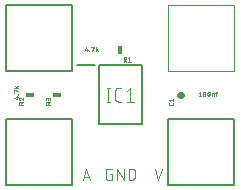
<source format=gbr>
G04 EAGLE Gerber RS-274X export*
G75*
%MOMM*%
%FSLAX34Y34*%
%LPD*%
%INSilkscreen Top*%
%IPPOS*%
%AMOC8*
5,1,8,0,0,1.08239X$1,22.5*%
G01*
%ADD10C,0.127000*%
%ADD11C,0.101600*%
%ADD12C,0.076200*%
%ADD13C,0.558800*%
%ADD14C,0.025400*%
%ADD15C,0.200000*%
%ADD16R,0.457200X0.762000*%
%ADD17R,0.762000X0.457200*%


D10*
X-96520Y-76200D02*
X-40640Y-76200D01*
X-40640Y-20320D01*
X-96520Y-20320D01*
X-96520Y-76200D01*
X-96520Y20320D02*
X-40640Y20320D01*
X-40640Y76200D01*
X-96520Y76200D01*
X-96520Y20320D01*
D11*
X40640Y20320D02*
X96520Y20320D01*
X96520Y76200D01*
X40640Y76200D01*
X40640Y20320D01*
D10*
X40640Y-76200D02*
X96520Y-76200D01*
X96520Y-20320D01*
X40640Y-20320D01*
X40640Y-76200D01*
D12*
X-28914Y-62611D02*
X-32046Y-72009D01*
X-25781Y-72009D02*
X-28914Y-62611D01*
X-26564Y-69660D02*
X-31263Y-69660D01*
D13*
X50495Y0D02*
X51105Y0D01*
D14*
X44577Y-7070D02*
X44577Y-7916D01*
X44575Y-7971D01*
X44570Y-8027D01*
X44561Y-8081D01*
X44548Y-8135D01*
X44532Y-8188D01*
X44513Y-8240D01*
X44490Y-8291D01*
X44464Y-8339D01*
X44434Y-8387D01*
X44402Y-8432D01*
X44367Y-8474D01*
X44329Y-8515D01*
X44288Y-8553D01*
X44246Y-8588D01*
X44201Y-8620D01*
X44154Y-8650D01*
X44105Y-8676D01*
X44054Y-8699D01*
X44002Y-8718D01*
X43949Y-8734D01*
X43895Y-8747D01*
X43841Y-8756D01*
X43785Y-8761D01*
X43730Y-8763D01*
X41614Y-8763D01*
X41556Y-8761D01*
X41499Y-8755D01*
X41442Y-8745D01*
X41385Y-8732D01*
X41330Y-8714D01*
X41277Y-8693D01*
X41224Y-8668D01*
X41174Y-8640D01*
X41126Y-8608D01*
X41079Y-8573D01*
X41036Y-8535D01*
X40995Y-8494D01*
X40957Y-8451D01*
X40922Y-8404D01*
X40890Y-8356D01*
X40862Y-8306D01*
X40837Y-8253D01*
X40816Y-8200D01*
X40798Y-8145D01*
X40785Y-8088D01*
X40775Y-8031D01*
X40769Y-7974D01*
X40767Y-7916D01*
X40767Y-7070D01*
X41614Y-5706D02*
X40767Y-4647D01*
X44577Y-4647D01*
X44577Y-3589D02*
X44577Y-5706D01*
X66167Y1820D02*
X67225Y2667D01*
X67225Y-1143D01*
X66167Y-1143D02*
X68284Y-1143D01*
X69824Y762D02*
X69826Y872D01*
X69832Y981D01*
X69841Y1090D01*
X69855Y1199D01*
X69872Y1307D01*
X69893Y1415D01*
X69917Y1521D01*
X69946Y1627D01*
X69978Y1732D01*
X70013Y1836D01*
X70052Y1938D01*
X70095Y2039D01*
X70142Y2138D01*
X70162Y2188D01*
X70184Y2237D01*
X70210Y2285D01*
X70239Y2330D01*
X70272Y2373D01*
X70307Y2414D01*
X70345Y2453D01*
X70385Y2488D01*
X70428Y2521D01*
X70473Y2551D01*
X70520Y2578D01*
X70568Y2601D01*
X70618Y2621D01*
X70670Y2637D01*
X70722Y2650D01*
X70775Y2660D01*
X70829Y2665D01*
X70883Y2667D01*
X70937Y2665D01*
X70991Y2660D01*
X71044Y2650D01*
X71096Y2637D01*
X71148Y2621D01*
X71198Y2601D01*
X71246Y2578D01*
X71293Y2551D01*
X71338Y2521D01*
X71381Y2488D01*
X71421Y2453D01*
X71459Y2414D01*
X71494Y2373D01*
X71527Y2330D01*
X71556Y2285D01*
X71582Y2237D01*
X71604Y2188D01*
X71624Y2138D01*
X71671Y2039D01*
X71714Y1938D01*
X71753Y1836D01*
X71788Y1732D01*
X71820Y1627D01*
X71849Y1521D01*
X71873Y1415D01*
X71894Y1307D01*
X71911Y1199D01*
X71925Y1090D01*
X71934Y981D01*
X71940Y872D01*
X71942Y762D01*
X69824Y762D02*
X69826Y652D01*
X69832Y543D01*
X69841Y434D01*
X69855Y325D01*
X69872Y217D01*
X69893Y109D01*
X69917Y3D01*
X69946Y-103D01*
X69978Y-208D01*
X70013Y-311D01*
X70052Y-414D01*
X70095Y-515D01*
X70142Y-614D01*
X70162Y-664D01*
X70184Y-713D01*
X70210Y-761D01*
X70239Y-806D01*
X70272Y-849D01*
X70307Y-890D01*
X70345Y-929D01*
X70385Y-964D01*
X70428Y-997D01*
X70473Y-1027D01*
X70520Y-1054D01*
X70568Y-1077D01*
X70619Y-1097D01*
X70670Y-1113D01*
X70722Y-1126D01*
X70775Y-1136D01*
X70829Y-1141D01*
X70883Y-1143D01*
X71623Y-614D02*
X71670Y-515D01*
X71713Y-414D01*
X71752Y-311D01*
X71787Y-208D01*
X71819Y-103D01*
X71848Y3D01*
X71872Y109D01*
X71893Y217D01*
X71910Y325D01*
X71924Y434D01*
X71933Y543D01*
X71939Y652D01*
X71941Y762D01*
X71624Y-614D02*
X71604Y-664D01*
X71582Y-713D01*
X71556Y-761D01*
X71527Y-806D01*
X71494Y-849D01*
X71459Y-890D01*
X71421Y-929D01*
X71381Y-964D01*
X71338Y-997D01*
X71293Y-1027D01*
X71246Y-1054D01*
X71198Y-1077D01*
X71147Y-1097D01*
X71096Y-1113D01*
X71044Y-1126D01*
X70991Y-1136D01*
X70937Y-1141D01*
X70883Y-1143D01*
X70036Y-296D02*
X71730Y1820D01*
X73482Y762D02*
X73484Y872D01*
X73490Y981D01*
X73499Y1090D01*
X73513Y1199D01*
X73530Y1307D01*
X73551Y1415D01*
X73575Y1521D01*
X73604Y1627D01*
X73636Y1732D01*
X73671Y1836D01*
X73710Y1938D01*
X73753Y2039D01*
X73800Y2138D01*
X73820Y2188D01*
X73842Y2237D01*
X73868Y2285D01*
X73897Y2330D01*
X73930Y2373D01*
X73965Y2414D01*
X74003Y2453D01*
X74043Y2488D01*
X74086Y2521D01*
X74131Y2551D01*
X74178Y2578D01*
X74226Y2601D01*
X74276Y2621D01*
X74328Y2637D01*
X74380Y2650D01*
X74433Y2660D01*
X74487Y2665D01*
X74541Y2667D01*
X74595Y2665D01*
X74649Y2660D01*
X74702Y2650D01*
X74754Y2637D01*
X74806Y2621D01*
X74856Y2601D01*
X74904Y2578D01*
X74951Y2551D01*
X74996Y2521D01*
X75039Y2488D01*
X75079Y2453D01*
X75117Y2414D01*
X75152Y2373D01*
X75185Y2330D01*
X75214Y2285D01*
X75240Y2237D01*
X75262Y2188D01*
X75282Y2138D01*
X75281Y2138D02*
X75328Y2039D01*
X75371Y1938D01*
X75410Y1836D01*
X75445Y1732D01*
X75477Y1627D01*
X75506Y1521D01*
X75530Y1415D01*
X75551Y1307D01*
X75568Y1199D01*
X75582Y1090D01*
X75591Y981D01*
X75597Y872D01*
X75599Y762D01*
X73482Y762D02*
X73484Y652D01*
X73490Y543D01*
X73499Y434D01*
X73513Y325D01*
X73530Y217D01*
X73551Y109D01*
X73575Y3D01*
X73604Y-103D01*
X73636Y-208D01*
X73671Y-311D01*
X73710Y-414D01*
X73753Y-515D01*
X73800Y-614D01*
X73820Y-664D01*
X73842Y-713D01*
X73868Y-761D01*
X73897Y-806D01*
X73930Y-849D01*
X73965Y-890D01*
X74003Y-929D01*
X74043Y-964D01*
X74086Y-997D01*
X74131Y-1027D01*
X74178Y-1054D01*
X74226Y-1077D01*
X74277Y-1097D01*
X74328Y-1113D01*
X74380Y-1126D01*
X74433Y-1136D01*
X74487Y-1141D01*
X74541Y-1143D01*
X75281Y-614D02*
X75328Y-515D01*
X75371Y-414D01*
X75410Y-311D01*
X75445Y-208D01*
X75477Y-103D01*
X75506Y3D01*
X75530Y109D01*
X75551Y217D01*
X75568Y325D01*
X75582Y434D01*
X75591Y543D01*
X75597Y652D01*
X75599Y762D01*
X75282Y-614D02*
X75262Y-664D01*
X75240Y-713D01*
X75214Y-761D01*
X75185Y-806D01*
X75152Y-849D01*
X75117Y-890D01*
X75079Y-929D01*
X75039Y-964D01*
X74996Y-997D01*
X74951Y-1027D01*
X74904Y-1054D01*
X74856Y-1077D01*
X74805Y-1097D01*
X74754Y-1113D01*
X74702Y-1126D01*
X74649Y-1136D01*
X74595Y-1141D01*
X74541Y-1143D01*
X73694Y-296D02*
X75387Y1820D01*
X77230Y1397D02*
X77230Y-1143D01*
X77230Y1397D02*
X78288Y1397D01*
X78335Y1395D01*
X78383Y1390D01*
X78429Y1381D01*
X78475Y1369D01*
X78520Y1353D01*
X78564Y1334D01*
X78606Y1312D01*
X78646Y1287D01*
X78684Y1258D01*
X78720Y1227D01*
X78753Y1194D01*
X78784Y1158D01*
X78813Y1120D01*
X78838Y1080D01*
X78860Y1038D01*
X78879Y994D01*
X78895Y949D01*
X78907Y903D01*
X78916Y857D01*
X78921Y809D01*
X78923Y762D01*
X78923Y-1143D01*
X80727Y-1143D02*
X80727Y2032D01*
X80729Y2079D01*
X80734Y2127D01*
X80743Y2173D01*
X80755Y2219D01*
X80771Y2264D01*
X80790Y2308D01*
X80812Y2350D01*
X80837Y2390D01*
X80866Y2428D01*
X80897Y2464D01*
X80930Y2497D01*
X80966Y2528D01*
X81004Y2557D01*
X81045Y2582D01*
X81086Y2604D01*
X81130Y2623D01*
X81175Y2639D01*
X81221Y2651D01*
X81267Y2660D01*
X81315Y2665D01*
X81362Y2667D01*
X81573Y2667D01*
X81573Y1397D02*
X80303Y1397D01*
D12*
X-7188Y-66788D02*
X-8755Y-66788D01*
X-7188Y-66788D02*
X-7188Y-72009D01*
X-10321Y-72009D01*
X-10410Y-72007D01*
X-10498Y-72001D01*
X-10586Y-71992D01*
X-10674Y-71979D01*
X-10761Y-71962D01*
X-10847Y-71942D01*
X-10932Y-71917D01*
X-11017Y-71890D01*
X-11100Y-71858D01*
X-11181Y-71824D01*
X-11261Y-71785D01*
X-11339Y-71744D01*
X-11416Y-71699D01*
X-11490Y-71651D01*
X-11563Y-71600D01*
X-11633Y-71546D01*
X-11700Y-71488D01*
X-11766Y-71428D01*
X-11828Y-71366D01*
X-11888Y-71300D01*
X-11946Y-71233D01*
X-12000Y-71163D01*
X-12051Y-71090D01*
X-12099Y-71016D01*
X-12144Y-70939D01*
X-12185Y-70861D01*
X-12224Y-70781D01*
X-12258Y-70700D01*
X-12290Y-70617D01*
X-12317Y-70532D01*
X-12342Y-70447D01*
X-12362Y-70361D01*
X-12379Y-70274D01*
X-12392Y-70186D01*
X-12401Y-70098D01*
X-12407Y-70010D01*
X-12409Y-69921D01*
X-12409Y-64699D01*
X-12410Y-64699D02*
X-12408Y-64608D01*
X-12402Y-64517D01*
X-12392Y-64426D01*
X-12378Y-64336D01*
X-12360Y-64247D01*
X-12339Y-64158D01*
X-12313Y-64071D01*
X-12284Y-63985D01*
X-12251Y-63900D01*
X-12214Y-63816D01*
X-12174Y-63734D01*
X-12130Y-63655D01*
X-12083Y-63577D01*
X-12032Y-63501D01*
X-11978Y-63427D01*
X-11921Y-63356D01*
X-11861Y-63288D01*
X-11798Y-63222D01*
X-11732Y-63159D01*
X-11664Y-63099D01*
X-11593Y-63042D01*
X-11519Y-62988D01*
X-11443Y-62937D01*
X-11366Y-62890D01*
X-11286Y-62846D01*
X-11204Y-62806D01*
X-11120Y-62769D01*
X-11036Y-62736D01*
X-10949Y-62707D01*
X-10862Y-62681D01*
X-10773Y-62660D01*
X-10684Y-62642D01*
X-10594Y-62628D01*
X-10503Y-62618D01*
X-10412Y-62612D01*
X-10321Y-62610D01*
X-10321Y-62611D02*
X-7188Y-62611D01*
X-2656Y-62611D02*
X-2656Y-72009D01*
X2565Y-72009D02*
X-2656Y-62611D01*
X2565Y-62611D02*
X2565Y-72009D01*
X7098Y-72009D02*
X7098Y-62611D01*
X9708Y-62611D01*
X9808Y-62613D01*
X9908Y-62619D01*
X10007Y-62628D01*
X10107Y-62642D01*
X10205Y-62659D01*
X10303Y-62680D01*
X10400Y-62704D01*
X10496Y-62733D01*
X10591Y-62765D01*
X10684Y-62800D01*
X10776Y-62839D01*
X10867Y-62882D01*
X10955Y-62928D01*
X11042Y-62978D01*
X11127Y-63030D01*
X11210Y-63086D01*
X11291Y-63145D01*
X11369Y-63208D01*
X11445Y-63273D01*
X11519Y-63341D01*
X11589Y-63411D01*
X11657Y-63485D01*
X11722Y-63561D01*
X11785Y-63639D01*
X11844Y-63720D01*
X11900Y-63803D01*
X11952Y-63888D01*
X12002Y-63975D01*
X12048Y-64063D01*
X12091Y-64154D01*
X12130Y-64246D01*
X12165Y-64339D01*
X12197Y-64434D01*
X12226Y-64530D01*
X12250Y-64627D01*
X12271Y-64725D01*
X12288Y-64823D01*
X12302Y-64923D01*
X12311Y-65022D01*
X12317Y-65122D01*
X12319Y-65222D01*
X12319Y-69398D01*
X12317Y-69498D01*
X12311Y-69598D01*
X12302Y-69697D01*
X12288Y-69797D01*
X12271Y-69895D01*
X12250Y-69993D01*
X12226Y-70090D01*
X12197Y-70186D01*
X12165Y-70281D01*
X12130Y-70374D01*
X12091Y-70466D01*
X12048Y-70557D01*
X12002Y-70645D01*
X11952Y-70732D01*
X11900Y-70817D01*
X11844Y-70900D01*
X11785Y-70981D01*
X11722Y-71059D01*
X11657Y-71135D01*
X11589Y-71209D01*
X11519Y-71279D01*
X11445Y-71347D01*
X11369Y-71412D01*
X11291Y-71475D01*
X11210Y-71534D01*
X11127Y-71590D01*
X11042Y-71642D01*
X10955Y-71692D01*
X10867Y-71738D01*
X10776Y-71781D01*
X10684Y-71820D01*
X10591Y-71855D01*
X10496Y-71887D01*
X10400Y-71916D01*
X10303Y-71940D01*
X10205Y-71961D01*
X10107Y-71978D01*
X10007Y-71992D01*
X9908Y-72001D01*
X9808Y-72007D01*
X9708Y-72009D01*
X7098Y-72009D01*
D15*
X18500Y25000D02*
X-18500Y25000D01*
X18500Y25000D02*
X18500Y-25000D01*
X-18500Y-25000D01*
X-18500Y25000D01*
X-22000Y25250D02*
X-36750Y25250D01*
D11*
X-10308Y5842D02*
X-10308Y-5842D01*
X-11606Y-5842D02*
X-9010Y-5842D01*
X-9010Y5842D02*
X-11606Y5842D01*
X-1846Y-5842D02*
X750Y-5842D01*
X-1846Y-5842D02*
X-1945Y-5840D01*
X-2045Y-5834D01*
X-2144Y-5825D01*
X-2242Y-5812D01*
X-2340Y-5795D01*
X-2438Y-5774D01*
X-2534Y-5749D01*
X-2629Y-5721D01*
X-2723Y-5689D01*
X-2816Y-5654D01*
X-2908Y-5615D01*
X-2998Y-5572D01*
X-3086Y-5527D01*
X-3173Y-5477D01*
X-3257Y-5425D01*
X-3340Y-5369D01*
X-3420Y-5311D01*
X-3498Y-5249D01*
X-3573Y-5184D01*
X-3646Y-5116D01*
X-3716Y-5046D01*
X-3784Y-4973D01*
X-3849Y-4898D01*
X-3911Y-4820D01*
X-3969Y-4740D01*
X-4025Y-4657D01*
X-4077Y-4573D01*
X-4127Y-4486D01*
X-4172Y-4398D01*
X-4215Y-4308D01*
X-4254Y-4216D01*
X-4289Y-4123D01*
X-4321Y-4029D01*
X-4349Y-3934D01*
X-4374Y-3838D01*
X-4395Y-3740D01*
X-4412Y-3642D01*
X-4425Y-3544D01*
X-4434Y-3445D01*
X-4440Y-3345D01*
X-4442Y-3246D01*
X-4443Y-3246D02*
X-4443Y3246D01*
X-4442Y3246D02*
X-4440Y3345D01*
X-4434Y3445D01*
X-4425Y3544D01*
X-4412Y3642D01*
X-4395Y3740D01*
X-4374Y3838D01*
X-4349Y3934D01*
X-4321Y4029D01*
X-4289Y4123D01*
X-4254Y4216D01*
X-4215Y4308D01*
X-4172Y4398D01*
X-4127Y4486D01*
X-4077Y4573D01*
X-4025Y4657D01*
X-3969Y4740D01*
X-3911Y4820D01*
X-3849Y4898D01*
X-3784Y4973D01*
X-3716Y5046D01*
X-3646Y5116D01*
X-3573Y5184D01*
X-3498Y5249D01*
X-3420Y5311D01*
X-3340Y5369D01*
X-3257Y5425D01*
X-3173Y5477D01*
X-3086Y5527D01*
X-2998Y5572D01*
X-2908Y5615D01*
X-2816Y5654D01*
X-2723Y5689D01*
X-2629Y5721D01*
X-2534Y5749D01*
X-2438Y5774D01*
X-2340Y5795D01*
X-2242Y5812D01*
X-2144Y5825D01*
X-2045Y5834D01*
X-1945Y5840D01*
X-1846Y5842D01*
X750Y5842D01*
X5115Y3246D02*
X8361Y5842D01*
X8361Y-5842D01*
X11606Y-5842D02*
X5115Y-5842D01*
D16*
X0Y38100D03*
D14*
X2756Y31877D02*
X2756Y28067D01*
X2756Y31877D02*
X3814Y31877D01*
X3878Y31875D01*
X3942Y31869D01*
X4005Y31860D01*
X4067Y31846D01*
X4129Y31829D01*
X4189Y31808D01*
X4248Y31784D01*
X4306Y31756D01*
X4361Y31724D01*
X4415Y31690D01*
X4466Y31652D01*
X4516Y31611D01*
X4562Y31567D01*
X4606Y31521D01*
X4647Y31471D01*
X4685Y31420D01*
X4719Y31366D01*
X4751Y31311D01*
X4779Y31253D01*
X4803Y31194D01*
X4824Y31134D01*
X4841Y31072D01*
X4855Y31010D01*
X4864Y30947D01*
X4870Y30883D01*
X4872Y30819D01*
X4870Y30755D01*
X4864Y30691D01*
X4855Y30628D01*
X4841Y30566D01*
X4824Y30504D01*
X4803Y30444D01*
X4779Y30385D01*
X4751Y30327D01*
X4719Y30272D01*
X4685Y30218D01*
X4647Y30167D01*
X4606Y30117D01*
X4562Y30071D01*
X4516Y30027D01*
X4466Y29986D01*
X4415Y29948D01*
X4361Y29914D01*
X4306Y29882D01*
X4248Y29854D01*
X4189Y29830D01*
X4129Y29809D01*
X4067Y29792D01*
X4005Y29778D01*
X3942Y29769D01*
X3878Y29763D01*
X3814Y29761D01*
X3814Y29760D02*
X2756Y29760D01*
X4026Y29760D02*
X4872Y28067D01*
X6392Y31030D02*
X7451Y31877D01*
X7451Y28067D01*
X8509Y28067D02*
X6392Y28067D01*
X-30031Y37550D02*
X-29184Y40513D01*
X-30031Y37550D02*
X-27914Y37550D01*
X-28549Y38396D02*
X-28549Y36703D01*
X-26518Y36703D02*
X-26518Y36915D01*
X-26306Y36915D01*
X-26306Y36703D01*
X-26518Y36703D01*
X-24910Y40090D02*
X-24910Y40513D01*
X-22794Y40513D01*
X-23852Y36703D01*
X-21124Y36703D02*
X-21124Y40513D01*
X-19431Y39243D02*
X-21124Y37973D01*
X-20384Y38502D02*
X-19431Y36703D01*
D17*
X-76200Y0D03*
D14*
X-82423Y-8509D02*
X-86233Y-8509D01*
X-86233Y-7451D01*
X-86231Y-7387D01*
X-86225Y-7323D01*
X-86216Y-7260D01*
X-86202Y-7198D01*
X-86185Y-7136D01*
X-86164Y-7076D01*
X-86140Y-7017D01*
X-86112Y-6959D01*
X-86080Y-6904D01*
X-86046Y-6850D01*
X-86008Y-6799D01*
X-85967Y-6749D01*
X-85923Y-6703D01*
X-85877Y-6659D01*
X-85827Y-6618D01*
X-85776Y-6580D01*
X-85722Y-6546D01*
X-85667Y-6514D01*
X-85609Y-6486D01*
X-85550Y-6462D01*
X-85490Y-6441D01*
X-85428Y-6424D01*
X-85366Y-6410D01*
X-85303Y-6401D01*
X-85239Y-6395D01*
X-85175Y-6393D01*
X-85111Y-6395D01*
X-85047Y-6401D01*
X-84984Y-6410D01*
X-84922Y-6424D01*
X-84860Y-6441D01*
X-84800Y-6462D01*
X-84741Y-6486D01*
X-84683Y-6514D01*
X-84628Y-6546D01*
X-84574Y-6580D01*
X-84523Y-6618D01*
X-84473Y-6659D01*
X-84427Y-6703D01*
X-84383Y-6749D01*
X-84342Y-6799D01*
X-84304Y-6850D01*
X-84270Y-6904D01*
X-84238Y-6959D01*
X-84210Y-7017D01*
X-84186Y-7076D01*
X-84165Y-7136D01*
X-84148Y-7198D01*
X-84134Y-7260D01*
X-84125Y-7323D01*
X-84119Y-7387D01*
X-84117Y-7451D01*
X-84116Y-7451D02*
X-84116Y-8509D01*
X-84116Y-7239D02*
X-82423Y-6392D01*
X-85281Y-2755D02*
X-85341Y-2757D01*
X-85400Y-2763D01*
X-85460Y-2772D01*
X-85518Y-2785D01*
X-85575Y-2802D01*
X-85632Y-2822D01*
X-85687Y-2846D01*
X-85740Y-2873D01*
X-85792Y-2903D01*
X-85841Y-2937D01*
X-85888Y-2974D01*
X-85933Y-3013D01*
X-85976Y-3056D01*
X-86015Y-3101D01*
X-86052Y-3148D01*
X-86086Y-3197D01*
X-86116Y-3249D01*
X-86143Y-3302D01*
X-86167Y-3357D01*
X-86187Y-3414D01*
X-86204Y-3471D01*
X-86217Y-3529D01*
X-86226Y-3589D01*
X-86232Y-3648D01*
X-86234Y-3708D01*
X-86233Y-3708D02*
X-86231Y-3775D01*
X-86226Y-3842D01*
X-86217Y-3908D01*
X-86204Y-3974D01*
X-86188Y-4038D01*
X-86168Y-4102D01*
X-86144Y-4165D01*
X-86118Y-4227D01*
X-86088Y-4286D01*
X-86055Y-4344D01*
X-86018Y-4401D01*
X-85979Y-4455D01*
X-85937Y-4507D01*
X-85892Y-4556D01*
X-85844Y-4603D01*
X-85794Y-4647D01*
X-85741Y-4689D01*
X-85686Y-4727D01*
X-85630Y-4763D01*
X-85571Y-4795D01*
X-85511Y-4824D01*
X-85449Y-4850D01*
X-85386Y-4872D01*
X-84540Y-3073D02*
X-84582Y-3032D01*
X-84627Y-2993D01*
X-84673Y-2956D01*
X-84722Y-2922D01*
X-84772Y-2891D01*
X-84824Y-2864D01*
X-84878Y-2839D01*
X-84933Y-2817D01*
X-84989Y-2798D01*
X-85046Y-2783D01*
X-85104Y-2771D01*
X-85163Y-2763D01*
X-85222Y-2758D01*
X-85281Y-2756D01*
X-84540Y-3073D02*
X-82423Y-4872D01*
X-82423Y-2756D01*
X-87334Y-3429D02*
X-90297Y-2582D01*
X-87334Y-3429D02*
X-87334Y-1312D01*
X-88180Y-1947D02*
X-86487Y-1947D01*
X-86487Y84D02*
X-86699Y84D01*
X-86699Y295D01*
X-86487Y295D01*
X-86487Y84D01*
X-89874Y1692D02*
X-90297Y1692D01*
X-90297Y3808D01*
X-86487Y2750D01*
X-86487Y5478D02*
X-90297Y5478D01*
X-89027Y7171D02*
X-87757Y5478D01*
X-88286Y6218D02*
X-86487Y7171D01*
D17*
X-53340Y0D03*
D14*
X-59563Y-8509D02*
X-63373Y-8509D01*
X-63373Y-7451D01*
X-63371Y-7387D01*
X-63365Y-7323D01*
X-63356Y-7260D01*
X-63342Y-7198D01*
X-63325Y-7136D01*
X-63304Y-7076D01*
X-63280Y-7017D01*
X-63252Y-6959D01*
X-63220Y-6904D01*
X-63186Y-6850D01*
X-63148Y-6799D01*
X-63107Y-6749D01*
X-63063Y-6703D01*
X-63017Y-6659D01*
X-62967Y-6618D01*
X-62916Y-6580D01*
X-62862Y-6546D01*
X-62807Y-6514D01*
X-62749Y-6486D01*
X-62690Y-6462D01*
X-62630Y-6441D01*
X-62568Y-6424D01*
X-62506Y-6410D01*
X-62443Y-6401D01*
X-62379Y-6395D01*
X-62315Y-6393D01*
X-62251Y-6395D01*
X-62187Y-6401D01*
X-62124Y-6410D01*
X-62062Y-6424D01*
X-62000Y-6441D01*
X-61940Y-6462D01*
X-61881Y-6486D01*
X-61823Y-6514D01*
X-61768Y-6546D01*
X-61714Y-6580D01*
X-61663Y-6618D01*
X-61613Y-6659D01*
X-61567Y-6703D01*
X-61523Y-6749D01*
X-61482Y-6799D01*
X-61444Y-6850D01*
X-61410Y-6904D01*
X-61378Y-6959D01*
X-61350Y-7017D01*
X-61326Y-7076D01*
X-61305Y-7136D01*
X-61288Y-7198D01*
X-61274Y-7260D01*
X-61265Y-7323D01*
X-61259Y-7387D01*
X-61257Y-7451D01*
X-61256Y-7451D02*
X-61256Y-8509D01*
X-61256Y-7239D02*
X-59563Y-6392D01*
X-59563Y-4872D02*
X-59563Y-3814D01*
X-59565Y-3750D01*
X-59571Y-3686D01*
X-59580Y-3623D01*
X-59594Y-3561D01*
X-59611Y-3499D01*
X-59632Y-3439D01*
X-59656Y-3380D01*
X-59684Y-3322D01*
X-59716Y-3267D01*
X-59750Y-3213D01*
X-59788Y-3162D01*
X-59829Y-3112D01*
X-59873Y-3066D01*
X-59919Y-3022D01*
X-59969Y-2981D01*
X-60020Y-2943D01*
X-60074Y-2909D01*
X-60129Y-2877D01*
X-60187Y-2849D01*
X-60246Y-2825D01*
X-60306Y-2804D01*
X-60368Y-2787D01*
X-60430Y-2773D01*
X-60493Y-2764D01*
X-60557Y-2758D01*
X-60621Y-2756D01*
X-60685Y-2758D01*
X-60749Y-2764D01*
X-60812Y-2773D01*
X-60874Y-2787D01*
X-60936Y-2804D01*
X-60996Y-2825D01*
X-61055Y-2849D01*
X-61113Y-2877D01*
X-61168Y-2909D01*
X-61222Y-2943D01*
X-61273Y-2981D01*
X-61323Y-3022D01*
X-61369Y-3066D01*
X-61413Y-3112D01*
X-61454Y-3162D01*
X-61492Y-3213D01*
X-61526Y-3267D01*
X-61558Y-3322D01*
X-61586Y-3380D01*
X-61610Y-3439D01*
X-61631Y-3499D01*
X-61648Y-3561D01*
X-61662Y-3623D01*
X-61671Y-3686D01*
X-61677Y-3750D01*
X-61679Y-3814D01*
X-63373Y-3602D02*
X-63373Y-4872D01*
X-63373Y-3602D02*
X-63371Y-3545D01*
X-63365Y-3489D01*
X-63356Y-3433D01*
X-63343Y-3378D01*
X-63326Y-3324D01*
X-63306Y-3271D01*
X-63282Y-3220D01*
X-63255Y-3170D01*
X-63224Y-3123D01*
X-63191Y-3077D01*
X-63154Y-3034D01*
X-63115Y-2993D01*
X-63073Y-2955D01*
X-63028Y-2920D01*
X-62982Y-2888D01*
X-62933Y-2859D01*
X-62883Y-2834D01*
X-62830Y-2812D01*
X-62777Y-2793D01*
X-62722Y-2778D01*
X-62667Y-2767D01*
X-62611Y-2759D01*
X-62554Y-2755D01*
X-62498Y-2755D01*
X-62441Y-2759D01*
X-62385Y-2767D01*
X-62330Y-2778D01*
X-62275Y-2793D01*
X-62222Y-2812D01*
X-62169Y-2834D01*
X-62119Y-2859D01*
X-62070Y-2888D01*
X-62024Y-2920D01*
X-61979Y-2955D01*
X-61937Y-2993D01*
X-61898Y-3034D01*
X-61861Y-3077D01*
X-61828Y-3123D01*
X-61797Y-3170D01*
X-61770Y-3220D01*
X-61746Y-3271D01*
X-61726Y-3324D01*
X-61709Y-3378D01*
X-61696Y-3433D01*
X-61687Y-3489D01*
X-61681Y-3545D01*
X-61679Y-3602D01*
X-61680Y-3602D02*
X-61680Y-4449D01*
D12*
X28914Y-62611D02*
X32046Y-72009D01*
X35179Y-62611D01*
M02*

</source>
